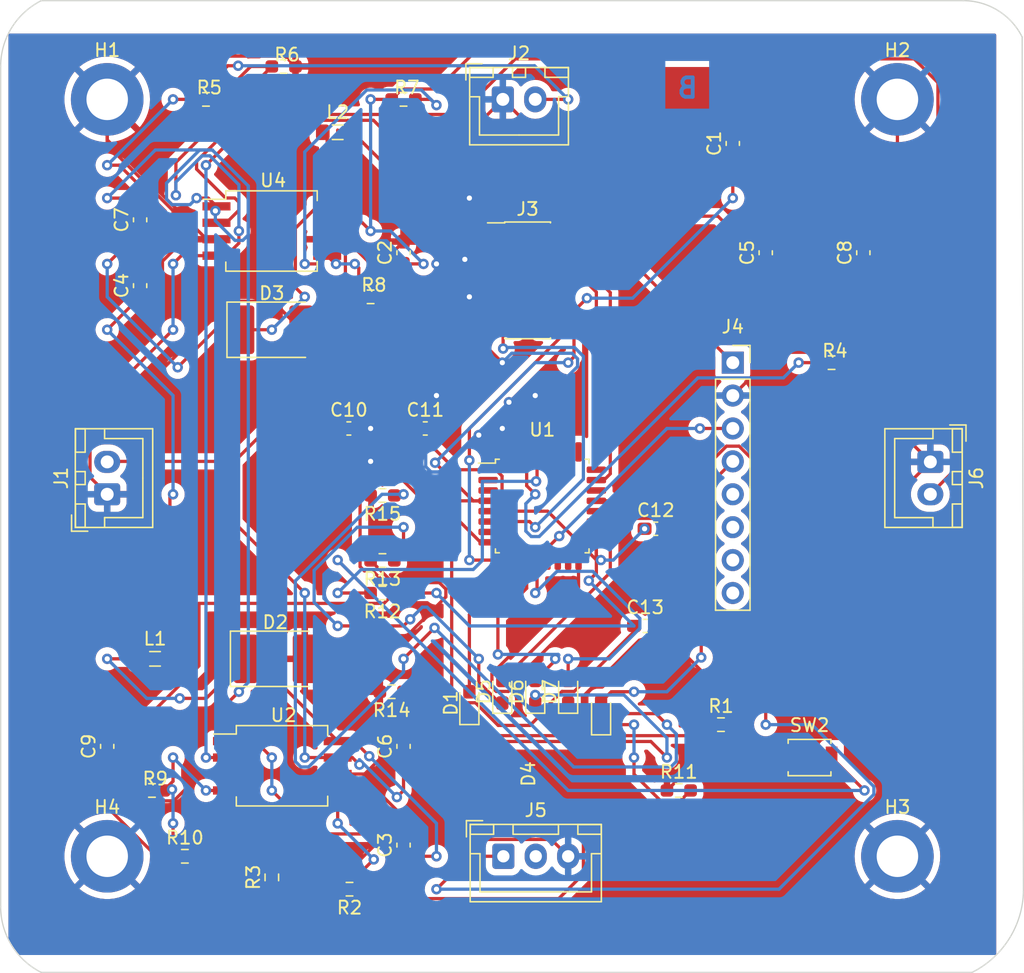
<source format=kicad_pcb>
(kicad_pcb (version 20221018) (generator pcbnew)
  (layers (0 "F.Cu" signal) (31 "B.Cu" signal) (34 "B.Paste" user) (35 "F.Paste" user) (36 "B.SilkS" user "B.Silkscreen") (37 "F.SilkS" user "F.Silkscreen") (38 "B.Mask" user) (39 "F.Mask" user) (44 "Edge.Cuts" user))
  (net 0 "")
  (net 1 "NRST")
  (net 2 "GND")
  (net 3 "Vin_regulateur")
  (net 4 "LX")
  (net 5 "BST")
  (net 6 "+7.5V")
  (net 7 "VD")
  (net 8 "Net-(D3-K)")
  (net 9 "Net-(U4-VD)")
  (net 10 "+3.3V")
  (net 11 "Net-(D1-K)")
  (net 12 "Led_Status2")
  (net 13 "Net-(D4-K)")
  (net 14 "Led_Status1")
  (net 15 "Net-(D5-K)")
  (net 16 "Led_Status")
  (net 17 "Net-(D6-K)")
  (net 18 "Led_Status3")
  (net 19 "Net-(D7-K)")
  (net 20 "Led_Status4")
  (net 23 "SWDIO")
  (net 24 "SWDCK")
  (net 28 "USART2_RX")
  (net 29 "USART2_TX")
  (net 30 "SCL")
  (net 31 "SDA")
  (net 36 "ESC1")
  (net 38 "Net-(U2-ON{slash}~OFF)")
  (net 39 "Net-(U1-PB7)")
  (net 40 "FB")
  (net 41 "Net-(U4-ON{slash}~OFF)")
  (net 42 "Bouton_USR")
  (footprint "Inductor_SMD:L_0805_2012Metric_Pad1.05x1.20mm_HandSolder" (layer "F.Cu") (at 134.62 76.2)
    (fp_text reference "L2")
    (fp_text value "220uH")
  )
  (footprint "Resistor_SMD:R_0603_1608Metric_Pad0.98x0.95mm_HandSolder" (layer "F.Cu") (at 160.9325 127)
    (fp_text reference "R11")
    (fp_text value "220")
  )
  (footprint "Resistor_SMD:R_0603_1608Metric_Pad0.98x0.95mm_HandSolder" (layer "F.Cu") (at 138.0725 111.76 180)
    (fp_text reference "R12")
    (fp_text value "100k")
  )
  (footprint "Resistor_SMD:R_0603_1608Metric_Pad0.98x0.95mm_HandSolder" (layer "F.Cu") (at 120.2925 127)
    (fp_text reference "R9")
    (fp_text value "22k")
  )
  (footprint "MountingHole:MountingHole_3.2mm_M3_DIN965_Pad" (layer "F.Cu") (at 116.84 73.66)
    (fp_text reference "H1")
    (fp_text value "MountingHole_Pad")
  )
  (footprint "MountingHole:MountingHole_3.2mm_M3_DIN965_Pad" (layer "F.Cu") (at 177.8 132.08)
    (fp_text reference "H3")
    (fp_text value "MountingHole_Pad")
  )
  (footprint "Capacitor_SMD:C_0603_1608Metric_Pad1.08x0.95mm_HandSolder" (layer "F.Cu") (at 141.3775 99.06)
    (fp_text reference "C11")
    (fp_text value "100n")
  )
  (footprint "Package_QFP:LQFP-32_7x7mm_P0.8mm" (layer "F.Cu") (at 150.4 105.045)
    (fp_text reference "U1")
    (fp_text value "STM32L412KBTx")
  )
  (footprint "Resistor_SMD:R_0603_1608Metric_Pad0.98x0.95mm_HandSolder" (layer "F.Cu") (at 138.0725 104.23 180)
    (fp_text reference "R15")
    (fp_text value "220")
  )
  (footprint "Connector_JST:JST_XH_B2B-XH-A_1x02_P2.50mm_Vertical" (layer "F.Cu") (at 116.84 104.14 90)
    (fp_text reference "J1")
    (fp_text value "Conn_01x02")
  )
  (footprint "Connector_JST:JST_XH_B2B-XH-A_1x02_P2.50mm_Vertical" (layer "F.Cu") (at 147.36 73.66)
    (fp_text reference "J2")
    (fp_text value "Conn_01x02")
  )
  (footprint "Resistor_SMD:R_0603_1608Metric_Pad0.98x0.95mm_HandSolder" (layer "F.Cu") (at 138.0725 109.25 180)
    (fp_text reference "R13")
    (fp_text value "220")
  )
  (footprint "LED_SMD:LED_0603_1608Metric_Pad1.05x0.95mm_HandSolder" (layer "F.Cu") (at 154.94 121.045 90)
    (fp_text reference "D4")
    (fp_text value "LED_Small")
  )
  (footprint "Capacitor_SMD:C_0603_1608Metric_Pad1.08x0.95mm_HandSolder" (layer "F.Cu") (at 119.38 82.9575 90)
    (fp_text reference "C7")
    (fp_text value "47uF")
  )
  (footprint "Resistor_SMD:R_0603_1608Metric_Pad0.98x0.95mm_HandSolder" (layer "F.Cu") (at 130.4525 71.12)
    (fp_text reference "R6")
    (fp_text value "13.5k")
  )
  (footprint "Capacitor_SMD:C_0603_1608Metric_Pad1.08x0.95mm_HandSolder" (layer "F.Cu") (at 116.84 123.5975 90)
    (fp_text reference "C9")
    (fp_text value "33uF")
  )
  (footprint "Resistor_SMD:R_0603_1608Metric_Pad0.98x0.95mm_HandSolder" (layer "F.Cu") (at 164.1875 121.92)
    (fp_text reference "R1")
    (fp_text value "220")
  )
  (footprint "Capacitor_SMD:C_0603_1608Metric_Pad1.08x0.95mm_HandSolder" (layer "F.Cu") (at 139.7 123.5975 90)
    (fp_text reference "C6")
    (fp_text value "47uF")
  )
  (footprint "Resistor_SMD:R_0603_1608Metric_Pad0.98x0.95mm_HandSolder" (layer "F.Cu") (at 135.5325 134.62 180)
    (fp_text reference "R2")
    (fp_text value "R_Small")
  )
  (footprint "LED_SMD:LED_0603_1608Metric_Pad1.05x0.95mm_HandSolder" (layer "F.Cu") (at 149.86 119.38 90)
    (fp_text reference "D6")
    (fp_text value "LED_Small")
  )
  (footprint "Capacitor_SMD:C_0603_1608Metric_Pad1.08x0.95mm_HandSolder" (layer "F.Cu") (at 165.1 77.0625 90)
    (fp_text reference "C1")
    (fp_text value "100n")
  )
  (footprint "Capacitor_SMD:C_0603_1608Metric_Pad1.08x0.95mm_HandSolder" (layer "F.Cu") (at 135.4825 99.06)
    (fp_text reference "C10")
    (fp_text value "100n")
  )
  (footprint "Capacitor_SMD:C_0603_1608Metric_Pad1.08x0.95mm_HandSolder" (layer "F.Cu") (at 139.7 131.2175 90)
    (fp_text reference "C3")
    (fp_text value "47uF")
  )
  (footprint "Resistor_SMD:R_0603_1608Metric_Pad0.98x0.95mm_HandSolder" (layer "F.Cu") (at 139.7 73.66)
    (fp_text reference "R7")
    (fp_text value "R_Small")
  )
  (footprint "Package_SO:SSO-8_6.8x5.9mm_P1.27mm_Clearance7mm" (layer "F.Cu") (at 129.54 83.82)
    (fp_text reference "U4")
    (fp_text value "MAX5033DUSA+T")
  )
  (footprint "Resistor_SMD:R_0603_1608Metric_Pad0.98x0.95mm_HandSolder" (layer "F.Cu") (at 172.72 93.98)
    (fp_text reference "R4")
    (fp_text value "100k")
  )
  (footprint "Capacitor_SMD:C_0603_1608Metric_Pad1.08x0.95mm_HandSolder" (layer "F.Cu") (at 159.1575 106.8)
    (fp_text reference "C12")
    (fp_text value "100n")
  )
  (footprint "Resistor_SMD:R_0603_1608Metric_Pad0.98x0.95mm_HandSolder" (layer "F.Cu") (at 124.46 73.66)
    (fp_text reference "R5")
    (fp_text value "68k")
  )
  (footprint "Package_SO:SSO-8_6.8x5.9mm_P1.27mm_Clearance7mm" (layer "F.Cu") (at 130.35 125.095)
    (fp_text reference "U2")
    (fp_text value "MAX5033DUSA+T")
  )
  (footprint "Resistor_SMD:R_0603_1608Metric_Pad0.98x0.95mm_HandSolder" (layer "F.Cu") (at 137.16 88.9)
    (fp_text reference "R8")
    (fp_text value "R_Small")
  )
  (footprint "Inductor_SMD:L_0805_2012Metric_Pad1.05x1.20mm_HandSolder" (layer "F.Cu") (at 120.53 116.84)
    (fp_text reference "L1")
    (fp_text value "220uH")
  )
  (footprint "Connector_JST:JST_XH_B3B-XH-A_1x03_P2.50mm_Vertical" (layer "F.Cu") (at 147.4 132.08)
    (fp_text reference "J5")
    (fp_text value "Conn_01x03")
  )
  (footprint "Connector_PinSocket_2.54mm:PinSocket_1x08_P2.54mm_Vertical" (layer "F.Cu") (at 165.1 93.98)
    (fp_text reference "J4")
    (fp_text value "Conn_01x08")
  )
  (footprint "Diode_SMD:D_2114_3652Metric_Pad1.85x3.75mm_HandSolder" (layer "F.Cu") (at 129.54 91.44)
    (fp_text reference "D3")
    (fp_text value "D_Schottky")
  )
  (footprint "Resistor_SMD:R_0603_1608Metric_Pad0.98x0.95mm_HandSolder" (layer "F.Cu") (at 129.54 133.7075 90)
    (fp_text reference "R3")
    (fp_text value "R_Small")
  )
  (footprint "LED_SMD:LED_0603_1608Metric_Pad1.05x0.95mm_HandSolder" (layer "F.Cu") (at 147.32 119.38 90)
    (fp_text reference "D5")
    (fp_text value "LED_Small")
  )
  (footprint "LED_SMD:LED_0603_1608Metric_Pad1.05x0.95mm_HandSolder" (layer "F.Cu") (at 144.78 120.255 90)
    (fp_text reference "D1")
    (fp_text value "LED_Small")
  )
  (footprint "Capacitor_SMD:C_0603_1608Metric_Pad1.08x0.95mm_HandSolder" (layer "F.Cu") (at 167.64 85.4975 90)
    (fp_text reference "C5")
    (fp_text value "0.1u")
  )
  (footprint "MountingHole:MountingHole_3.2mm_M3_DIN965_Pad" (layer "F.Cu") (at 116.84 132.08)
    (fp_text reference "H4")
    (fp_text value "MountingHole_Pad")
  )
  (footprint "LED_SMD:LED_0603_1608Metric_Pad1.05x0.95mm_HandSolder" (layer "F.Cu") (at 152.4 119.38 90)
    (fp_text reference "D7")
    (fp_text value "LED_Small")
  )
  (footprint "Capacitor_SMD:C_0603_1608Metric_Pad1.08x0.95mm_HandSolder" (layer "F.Cu") (at 158.3425 114.3)
    (fp_text reference "C13")
    (fp_text value "100n")
  )
  (footprint "Capacitor_SMD:C_0603_1608Metric_Pad1.08x0.95mm_HandSolder" (layer "F.Cu") (at 175.17 85.4975 90)
    (fp_text reference "C8")
    (fp_text value "0.1u")
  )
  (footprint "Resistor_SMD:R_0603_1608Metric_Pad0.98x0.95mm_HandSolder" (layer "F.Cu") (at 138.7875 119.38 180)
    (fp_text reference "R14")
    (fp_text value "220")
  )
  (footprint "Connector_PinHeader_1.27mm:PinHeader_2x07_P1.27mm_Vertical_SMD" (layer "F.Cu") (at 149.27 87.63)
    (fp_text reference "J3")
    (fp_text value "Conn_02x07_Odd_Even")
  )
  (footprint "Diode_SMD:D_2114_3652Metric_Pad1.85x3.75mm_HandSolder" (layer "F.Cu") (at 129.805 116.84)
    (fp_text reference "D2")
    (fp_text value "D_Schottky")
  )
  (footprint "Button_Switch_SMD:SW_SPST_B3U-1000P" (layer "F.Cu") (at 171.02 124.46)
    (fp_text reference "SW2")
    (fp_text value "SW_Push")
  )
  (footprint "Capacitor_SMD:C_0603_1608Metric_Pad1.08x0.95mm_HandSolder" (layer "F.Cu") (at 139.7 85.4975 90)
    (fp_text reference "C2")
    (fp_text value "47u")
  )
  (footprint "Capacitor_SMD:C_0603_1608Metric_Pad1.08x0.95mm_HandSolder" (layer "F.Cu") (at 119.38 88.0375 90)
    (fp_text reference "C4")
    (fp_text value "33uF")
  )
  (footprint "MountingHole:MountingHole_3.2mm_M3_DIN965_Pad" (layer "F.Cu") (at 177.8 73.66)
    (fp_text reference "H2")
    (fp_text value "MountingHole_Pad")
  )
  (footprint "Resistor_SMD:R_0603_1608Metric_Pad0.98x0.95mm_HandSolder" (layer "F.Cu") (at 122.8325 132.08)
    (fp_text reference "R10")
    (fp_text value "13k")
  )
  (footprint "Connector_JST:JST_XH_B2B-XH-A_1x02_P2.50mm_Vertical" (layer "F.Cu") (at 180.34 101.64 -90)
    (fp_text reference "J6")
    (fp_text value "Conn_01x02")
  )
  (gr_arc (start 182.88 66.04) (mid 185.550715 66.798693) (end 187.423691 68.848155) (stroke (width 0.1)) (layer "Edge.Cuts"))
  (gr_line (start 111.76 141.045747) (end 183.552874 141.045747) (stroke (width 0.1)) (layer "Edge.Cuts"))
  (gr_line (start 108.620388 71.12) (end 108.620388 135.965748) (stroke (width 0.1)) (layer "Edge.Cuts"))
  (gr_arc (start 111.76 141.045747) (mid 109.468634 138.951696) (end 108.620388 135.965748) (stroke (width 0.1)) (layer "Edge.Cuts"))
  (gr_arc (start 108.620388 71.12) (mid 109.468633 68.134051) (end 111.76 66.040001) (stroke (width 0.1)) (layer "Edge.Cuts"))
  (gr_line (start 187.521827 134.804792) (end 187.423691 68.848155) (stroke (width 0.1)) (layer "Edge.Cuts"))
  (gr_arc (start 187.521827 134.804792) (mid 186.402164 138.47525) (end 183.552874 141.045747) (stroke (width 0.1)) (layer "Edge.Cuts"))
  (gr_line (start 111.76 66.040001) (end 182.88 66.04) (stroke (width 0.1)) (layer "Edge.Cuts"))
  (gr_text "DRAGSTER" (at 172.72 116.84) (layer "F.Cu") (effects (font (size 1.5 1.5) (thickness 0.3) bold) (justify left bottom)))
  (gr_text "T" (at 157.48 73.66) (layer "F.Cu") (effects (font (size 1.5 1.5) (thickness 0.3) bold) (justify left bottom)))
  (gr_text "B" (at 162.56 73.66) (layer "B.Cu") (effects (font (size 1.5 1.5) (thickness 0.3) bold) (justify left bottom mirror)))
  (segment (start 145.075402 104.645) (end 142.135201 101.704799) (width 0.25) (layer "F.Cu") (net 1))
  (segment (start 142.24 104.14) (end 142.745 104.645) (width 0.25) (layer "F.Cu") (net 1))
  (segment (start 146.225 104.645) (end 145.075402 104.645) (width 0.25) (layer "F.Cu") (net 1))
  (segment (start 165.1 81.28) (end 165.1 77.925) (width 0.25) (layer "F.Cu") (net 1))
  (segment (start 142.24 104.446396) (end 142.24 104.14) (width 0.25) (layer "F.Cu") (net 1))
  (segment (start 145.638604 107.845) (end 142.24 104.446396) (width 0.25) (layer "F.Cu") (net 1))
  (segment (start 152.85 93.53) (end 152.85 90.97) (width 0.25) (layer "F.Cu") (net 1))
  (segment (start 153.841597 89.004799) (end 153.8505 89.004799) (width 0.25) (layer "F.Cu") (net 1))
  (segment (start 152.676396 90.17) (end 153.841597 89.004799) (width 0.25) (layer "F.Cu") (net 1))
  (segment (start 142.745 104.645) (end 146.225 104.645) (width 0.25) (layer "F.Cu") (net 1))
  (segment (start 152.4 93.98) (end 152.85 93.53) (width 0.25) (layer "F.Cu") (net 1))
  (segment (start 152.85 90.97) (end 152.05 90.17) (width 0.25) (layer "F.Cu") (net 1))
  (segment (start 146.225 107.845) (end 145.638604 107.845) (width 0.25) (layer "F.Cu") (net 1))
  (segment (start 152.05 90.17) (end 151.22 90.17) (width 0.25) (layer "F.Cu") (net 1))
  (segment (start 151.22 90.17) (end 152.676396 90.17) (width 0.25) (layer "F.Cu") (net 1))
  (via (at 153.8505 89.004799) (size 0.8) (drill 0.4) (layers "F.Cu" "B.Cu") (net 1))
  (via (at 152.4 93.98) (size 0.8) (drill 0.4) (layers "F.Cu" "B.Cu") (net 1))
  (via (at 165.1 81.28) (size 0.8) (drill 0.4) (layers "F.Cu" "B.Cu") (net 1))
  (via (at 142.135201 101.704799) (size 0.8) (drill 0.4) (layers "F.Cu" "B.Cu") (net 1))
  (segment (start 157.375201 89.004799) (end 165.1 81.28) (width 0.25) (layer "B.Cu") (net 1))
  (segment (start 149.86 93.98) (end 152.4 93.98) (width 0.25) (layer "B.Cu") (net 1))
  (segment (start 142.135201 101.704799) (end 149.86 93.98) (width 0.25) (layer "B.Cu") (net 1))
  (segment (start 153.8505 89.004799) (end 157.375201 89.004799) (width 0.25) (layer "B.Cu") (net 1))
  (segment (start 142.965 112.060305) (end 138.185305 116.84) (width 0.25) (layer "F.Cu") (net 2))
  (segment (start 146.802201 100.87) (end 145.5045 99.572299) (width 0.25) (layer "F.Cu") (net 2))
  (segment (start 121.105 88.9) (end 114.615 95.39) (width 0.25) (layer "F.Cu") (net 2))
  (segment (start 140.607995 130.78) (end 151.1 130.78) (width 0.25) (layer "F.Cu") (net 2))
  (segment (start 145.87 87.63) (end 147.32 87.63) (width 0.25) (layer "F.Cu") (net 2))
  (segment (start 167.64 83.82) (end 167.64 84.635) (width 0.25) (layer "F.Cu") (net 2))
  (segment (start 116.84 77.173204) (end 121.92 82.253204) (width 0.25) (layer "F.Cu") (net 2))
  (segment (start 160.02 113.485) (end 159.205 114.3) (width 0.25) (layer "F.Cu") (net 2))
  (segment (start 126.86 125.73) (end 127.485 126.355) (width 0.25) (layer "F.Cu") (net 2))
  (segment (start 144.78 76.24) (end 144.78 81.28) (width 0.25) (layer "F.Cu") (net 2))
  (segment (start 140.170495 131.2175) (end 140.607995 130.78) (width 0.25) (layer "F.Cu") (net 2))
  (segment (start 169.32 112.66) (end 180.34 101.64) (width 0.25) (layer "F.Cu") (net 2))
  (segment (start 135.902995 132.795) (end 137.480495 131.2175) (width 0.25) (layer "F.Cu") (net 2))
  (segment (start 165.1 96.52) (end 168.44 93.18) (width 0.25) (layer "F.Cu") (net 2))
  (segment (start 160.02 106.8) (end 160.02 113.485) (width 0.25) (layer "F.Cu") (net 2))
  (segment (start 180.34 101.64) (end 175.22 96.52) (width 0.25) (layer "F.Cu") (net 2))
  (segment (start 137.975 122.735) (end 139.7 122.735) (width 0.25) (layer "F.Cu") (net 2))
  (segment (start 169.32 124.46) (end 169.32 112.66) (width 0.25) (layer "F.Cu") (net 2))
  (segment (start 135.215 88.04) (end 131.815 91.44) (width 0.25) (layer "F.Cu") (net 2))
  (segment (start 147.32 87.63) (end 147.32 86.36) (width 0.25) (layer "F.Cu") (net 2))
  (segment (start 129.275 88.9) (end 121.105 88.9) (width 0.25) (layer "F.Cu") (net 2))
  (segment (start 132.08 116.84) (end 137.975 122.735) (width 0.25) (layer "F.Cu") (net 2))
  (segment (start 134.59 84.455) (end 135.215 85.08) (width 0.25) (layer "F.Cu") (net 2))
  (segment (start 137.875 127.224905) (end 137.875 119.38) (width 0.25) (layer "F.Cu") (net 2))
  (segment (start 116.84 73.66) (end 116.84 77.173204) (width 0.25) (layer "F.Cu") (net 2))
  (segment (start 129.615 89.24) (end 131.815 91.44) (width 0.25) (layer "F.Cu") (net 2))
  (segment (start 168.44 93.18) (end 172.8325 93.18) (width 0.25) (layer "F.Cu") (net 2))
  (segment (start 121.437005 132.88) (end 123.235305 132.88) (width 0.25) (layer "F.Cu") (net 2))
  (segment (start 127.485 128.34) (end 123.745 132.08) (width 0.25) (layer "F.Cu") (net 2))
  (segment (start 127.485 126.355) (end 127.485 128.34) (width 0.25) (layer "F.Cu") (net 2))
  (segment (start 146.49 90.17) (end 145.795 89.475) (width 0.25) (layer "F.Cu") (net 2))
  (segment (start 129.54 132.795) (end 135.902995 132.795) (width 0.25) (layer "F.Cu") (net 2))
  (segment (start 144.78 88.9) (end 146.05 90.17) (width 0.25) (layer "F.Cu") (net 2))
  (segment (start 124.05 125.73) (end 121.98 127.8) (width 0.25) (layer "F.Cu") (net 2))
  (segment (start 144.427701 86.007701) (end 143.055 84.635) (width 0.25) (layer "F.Cu") (net 2))
  (segment (start 137.16 106.74) (end 137.16 109.25) (width 0.25) (layer "F.Cu") (net 2))
  (segment (start 175.22 96.52) (end 165.1 96.52) (width 0.25) (layer "F.Cu") (net 2))
  (segment (start 147.6 100.87) (end 147.6 98.78) (width 0.25) (layer "F.Cu") (net 2))
  (segment (start 147.6 100.87) (end 147.6 97.2646) (width 0.25) (layer "F.Cu") (net 2))
  (segment (start 146.05 90.17) (end 147.32 90.17) (width 0.25) (layer "F.Cu") (net 2))
  (segment (start 147.6 99.34) (end 147.32 99.06) (width 0.25) (layer "F.Cu") (net 2))
  (segment (start 140.5 129.822005) (end 140.170495 129.4925) (width 0.25) (layer "F.Cu") (net 2))
  (segment (start 116.84 104.14) (end 115.515 102.815) (width 0.25) (layer "F.Cu") (net 2))
  (segment (start 147.32 90.17) (end 146.49 90.17) (width 0.25) (layer "F.Cu") (net 2))
  (segment (start 121.98 127.8) (end 118.847005 127.8) (width 0.25) (layer "F.Cu") (net 2))
  (segment (start 142.24 86.36) (end 144.075402 86.36) (width 0.25) (layer "F.Cu") (net 2))
  (segment (start 140.5 130.887995) (end 140.5 129.822005) (width 0.25) (layer "F.Cu") (net 2))
  (segment (start 151.1 130.78) (end 152.4 132.08) (width 0.25) (layer "F.Cu") (net 2))
  (segment (start 123.235305 132.88) (end 124.897805 131.2175) (width 0.25) (layer "F.Cu") (net 2))
  (segment (start 175.17 84.635) (end 177.8 82.005) (width 0.25) (layer "F.Cu") (net 2))
  (segment (start 173.6325 93.98) (end 173.6325 86.1725) (width 0.25) (layer "F.Cu") (net 2))
  (segment (start 172.8325 93.18) (end 173.6325 93.98) (width 0.25) (layer "F.Cu") (net 2))
  (segment (start 138.0725 87.2725) (end 135.255 84.455) (width 0.25) (layer "F.Cu") (net 2))
  (segment (start 145.795 92.455) (end 145.795 90.425) (width 0.25) (layer "F.Cu") (net 2))
  (segment (start 170.18 124.46) (end 177.8 132.08) (width 0.25) (layer "F.Cu") (net 2))
  (segment (start 115.515 102.815) (end 115.515 100.076827) (width 0.25) (layer "F.Cu") (net 2))
  (segment (start 118.847005 127.8) (end 116.04 124.992995) (width 0.25) (layer "F.Cu") (net 2))
  (segment (start 126.08 125.73) (end 126.86 125.73) (width 0.25) (layer "F.Cu") (net 2))
  (segment (start 130.565 70.32) (end 131.365 71.12) (width 0.25) (layer "F.Cu") (net 2))
  (segment (start 115.515 100.076827) (end 126.351827 89.24) (width 0.25) (layer "F.Cu") (net 2))
  (segment (start 167.64 83.82) (end 167.64 78.74) (width 0.25) (layer "F.Cu") (net 2))
  (segment (start 177.8 73.66) (end 167.64 83.82) (width 0.25) (layer "F.Cu") (net 2))
  (segment (start 147.6 97.2646) (end 147.8323 97.0323) (width 0.25) (layer "F.Cu") (net 2))
  (segment (start 142.965 111.459695) (end 142.965 112.060305) (width 0.25) (layer "F.Cu") (net 2))
  (segment (start 147.6 100.87) (end 147.6 99.34) (width 0.25) (layer "F.Cu") (net 2))
  (segment (start 165.1 121.92) (end 160.02 127) (width 0.25) (layer "F.Cu") (net 2))
  (segment (start 148.12 119.025495) (end 148.12 118.7) (width 0.25) (layer "F.Cu") (net 2))
  (segment (start 146.52 119.025495) (end 146.849505 119.355) (width 0.25) (layer "F.Cu") (net 2))
  (segment (start 146.849505 119.355) (end 147.790495 119.355) (width 0.25) (layer "F.Cu") (net 2))
  (segment (start 138.87 110.96) (end 142.465305 110.96) (width 0.25) (layer "F.Cu") (net 2))
  (segment (start 124.897805 131.2175) (end 140.170495 131.2175) (width 0.25) (layer "F.Cu") (net 2))
  (segment (start 142.465305 110.96) (end 142.965 111.459695) (width 0.25) (layer "F.Cu") (net 2))
  (segment (start 143.055 84.635) (end 139.7 84.635) (width 0.25) (layer "F.Cu") (net 2))
  (segment (start 121.92 82.253204) (end 121.92 85.334695) (width 0.25) (layer "F.Cu") (net 2))
  (segment (start 145.795 87.705) (end 145.87 87.63) (width 0.25) (layer "F.Cu") (net 2))
  (segment (start 139.7 84.635) (end 138.0725 86.2625) (width 0.25) (layer "F.Cu") (net 2))
  (segment (start 138.0725 88.9) (end 138.0725 87.2725) (width 0.25) (layer "F.Cu") (net 2))
  (segment (start 165.1 76.2) (end 149.9 76.2) (width 0.25) (layer "F.Cu") (net 2))
  (segment (start 114.615 95.39) (end 114.615 126.057995) (width 0.25) (layer "F.Cu") (net 2))
  (segment (start 165.1 120.195) (end 165.1 121.92) (width 0.25) (layer "F.Cu") (net 2))
  (segment (start 138.185305 116.84) (end 132.08 116.84) (width 0.25) (layer "F.Cu") (net 2))
  (segment (start 116.04 123.535) (end 116.84 122.735) (width 0.25) (layer "F.Cu") (net 2))
  (segment (start 153.2 109.22) (end 153.2 111.304505) (width 0.25) (layer "F.Cu") (net 2))
  (segment (start 119.38 87.175) (end 122.1 84.455) (width 0.25) (layer "F.Cu") (net 2))
  (segment (start 137.16 99.06) (end 136.345 99.06) (width 0.25) (layer "F.Cu") (net 2))
  (segment (start 137.16 109.25) (end 138.87 110.96) (width 0.25) (layer "F.Cu") (net 2))
  (segment (start 153.2 111.304505) (end 146.52 117.984505) (width 0.25) (layer "F.Cu") (net 2))
  (segment (start 145.795 90.425) (end 146.05 90.17) (width 0.25) (layer "F.Cu") (net 2))
  (segment (start 136.705 125.73) (end 134.62 125.73) (width 0.25) (layer "F.Cu") (net 2))
  (segment (start 121.92 85.334695) (end 121.105 86.149695) (width 0.25) (layer "F.Cu") (net 2))
  (segment (start 169.32 124.46) (end 170.18 124.46) (width 0.25) (layer "F.Cu") (net 2))
  (segment (start 124.51 84.455) (end 116.84 76.785) (width 0.25) (layer "F.Cu") (net 2))
  (segment (start 120.18 70.32) (end 130.565 70.32) (width 0.25) (layer "F.Cu") (net 2))
  (segment (start 177.8 82.005) (end 177.8 73.66) (width 0.25) (layer "F.Cu") (net 2))
  (segment (start 119.639999 134.879999) (end 116.84 132.08) (width 0.25) (layer "F.Cu") (net 2))
  (segment (start 140.142595 129.4925) (end 137.875 127.224905) (width 0.25) (layer "F.Cu") (net 2))
  (segment (start 140.170495 131.2175) (end 140.5 130.887995) (width 0.25) (layer "F.Cu") (net 2))
  (segment (start 131.815 91.44) (end 129.275 88.9) (width 0.25) (layer "F.Cu") (net 2))
  (segment (start 147.6 98.78) (end 149.86 96.52) (width 0.25) (layer "F.Cu") (net 2))
  (segment (start 137.16 101.6) (end 137.16 104.23) (width 0.25) (layer "F.Cu") (net 2))
  (segment (start 116.04 124.992995) (end 116.04 123.535) (width 0.25) (layer "F.Cu") (net 2))
  (segment (start 142.24 96.52) (end 142.24 99.06) (width 0.25) (layer "F.Cu") (net 2))
  (segment (start 135.255 84.455) (end 133.81 84.455) (width 0.25) (layer "F.Cu") (net 2))
  (segment (start 126.351827 89.24) (end 129.615 89.24) (width 0.25) (layer "F.Cu") (net 2))
  (segment (start 144.075402 86.36) (end 144.427701 86.007701) (width 0.25) (layer "F.Cu") (net 2))
  (segment (start 127.455001 134.879999) (end 119.639999 134.879999) (width 0.25) (layer "F.Cu") (net 2))
  (segment (start 122.1 84.455) (end 125.27 84.455) (width 0.25) (layer "F.Cu") (net 2))
  (segment (start 134.62 125.73) (end 126.08 125.73) (width 0.25) (layer "F.Cu") (net 2))
  (segment (start 159.205 114.3) (end 165.1 120.195) (width 0.25) (layer "F.Cu") (net 2))
  (segment (start 139.7 122.735) (end 136.705 125.73) (width 0.25) (layer "F.Cu") (net 2))
  (segment (start 128.825 132.08) (end 129.54 132.795) (width 0.25) (layer "F.Cu") (net 2))
  (segment (start 116.84 73.66) (end 120.18 70.32) (width 0.25) (layer "F.Cu") (net 2))
  (segment (start 149.9 76.2) (end 147.36 73.66) (width 0.25) (layer "F.Cu") (net 2))
  (segment (start 147.790495 119.355) (end 148.12 119.025495) (width 0.25) (layer "F.Cu") (net 2))
  (segment (start 116.84 76.785) (end 116.84 73.66) (width 0.25) (layer "F.Cu") (net 2))
  (segment (start 121.105 88.9) (end 119.38 87.175) (width 0.25) (layer "F.Cu") (net 2))
  (segment (start 125.27 84.455) (end 124.51 84.455) (width 0.25) (layer "F.Cu") (net 2))
  (segment (start 173.6325 86.1725) (end 175.17 84.635) (width 0.25) (layer "F.Cu") (net 2))
  (segment (start 137.16 104.23) (end 137.16 106.74) (width 0.25) (layer "F.Cu") (net 2))
  (segment (start 133.81 84.455) (end 134.59 84.455) (width 0.25) (layer "F.Cu") (net 2))
  (segment (start 167.64 78.74) (end 165.1 76.2) (width 0.25) (layer "F.Cu") (net 2))
  (segment (start 145.795 89.475) (end 145.795 87.705) (width 0.25) (layer "F.Cu") (net 2))
  (segment (start 121.105 86.149695) (end 121.105 88.9) (width 0.25) (layer "F.Cu") (net 2))
  (segment (start 137.480495 131.2175) (end 140.170495 131.2175) (width 0.25) (layer "F.Cu") (net 2))
  (segment (start 123.745 132.08) (end 128.825 132.08) (width 0.25) (layer "F.Cu") (net 2))
  (segment (start 165.1 121.92) (end 167.64 124.46) (width 0.25) (layer "F.Cu") (net 2))
  (segment (start 167.64 124.46) (end 169.32 124.46) (width 0.25) (layer "F.Cu") (net 2))
  (segment (start 114.615 126.057995) (end 121.437005 132.88) (width 0.25) (layer "F.Cu") (net 2))
  (segment (start 129.54 132.795) (end 127.455001 134.879999) (width 0.25) (layer "F.Cu") (net 2))
  (segment (start 147.6 100.87) (end 146.802201 100.87) (width 0.25) (layer "F.Cu") (net 2))
  (segment (start 147.36 73.66) (end 144.78 76.24) (width 0.25) (layer "F.Cu") (net 2))
  (segment (start 146.52 117.984505) (end 146.52 119.025495) (width 0.25) (layer "F.Cu") (net 2))
  (segment (start 138.0725 86.2625) (end 138.0725 88.9) (width 0.25) (layer "F.Cu") (net 2))
  (segment (start 140.170495 129.4925) (end 140.142595 129.4925) (width 0.25) (layer "F.Cu") (net 2))
  (segment (start 148.12 118.7) (end 160.02 106.8) (width 0.25) (layer "F.Cu") (net 2))
  (segment (start 135.215 85.08) (end 135.215 88.04) (width 0.25) (layer "F.Cu") (net 2))
  (segment (start 147.32 93.98) (end 145.795 92.455) (width 0.25) (layer "F.Cu") (net 2))
  (segment (start 126.08 125.73) (end 124.05 125.73) (width 0.25) (layer "F.Cu") (net 2))
  (via (at 144.78 88.9) (size 0.8) (drill 0.4) (layers "F.Cu" "B.Cu") (net 2))
  (via (at 147.32 93.98) (size 0.8) (drill 0.4) (layers "F.Cu" "B.Cu") (net 2))
  (via (at 142.24 96.52) (size 0.8) (drill 0.4) (layers "F.Cu" "B.Cu") (net 2))
  (via (at 147.32 99.06) (size 0.8) (drill 0.4) (layers "F.Cu" "B.Cu") (net 2))
  (via (at 144.78 81.28) (size 0.8) (drill 0.4) (layers "F.Cu" "B.Cu") (net 2))
  (via (at 145.5045 99.572299) (size 0.8) (drill 0.4) (layers "F.Cu" "B.Cu") (net 2))
  (via (at 137.16 99.06) (size 0.8) (drill 0.4) (layers "F.Cu" "B.Cu") (net 2))
  (via (at 149.86 96.52) (size 0.8) (drill 0.4) (layers "F.Cu" "B.Cu") (net 2))
  (via (at 144.427701 86.007701) (size 0.8) (drill 0.4) (layers "F.Cu" "B.Cu") (net 2))
  (via (at 137.16 101.6) (size 0.8) (drill 0.4) (layers "F.Cu" "B.Cu") (net 2))
  (via (at 147.8323 97.0323) (size 0.8) (drill 0.4) (layers "F.Cu" "B.Cu") (net 2))
  (via (at 142.24 86.36) (size 0.8) (drill 0.4) (layers "F.Cu" "B.Cu") (net 2))
  (segment (start 144.78 91.44) (end 142.24 88.9) (width 0.25) (layer "B.Cu") (net 2))
  (segment (start 149.86 96.52) (end 150.885305 96.52) (width 0.25) (layer "B.Cu") (net 2))
  (segment (start 150.885305 96.52) (end 153.125 94.280305) (width 0.25) (layer "B.Cu") (net 2))
  (segment (start 147.32 83.82) (end 147.32 91.44) (width 0.25) (layer "B.Cu") (net 2))
  (segment (start 144.78 86.36) (end 144.78 88.9) (width 0.25) (layer "B.Cu") (net 2))
  (segment (start 153.125 94.280305) (end 153.125 93.679695) (width 0.25) (layer "B.Cu") (net 2))
  (segment (start 141.834896 102.429799) (end 141.410201 102.005104) (width 0.25) (layer "B.Cu") (net 2))
  (segment (start 141.410201 102.005104) (end 141.410201 97.349799) (width 0.25) (layer "B.Cu") (net 2))
  (segment (start 152.700305 93.255) (end 148.045 93.255) (width 0.25) (layer "B.Cu") (net 2))
  (segment (start 147.8323 97.0323) (end 142.434801 102.429799) (width 0.25) (layer "B.Cu") (net 2))
  (segment (start 140.529799 102.429799) (end 137.16 99.06) (width 0.25) (layer "B.Cu") (net 2))
  (segment (start 142.435506 102.429799) (end 137.989799 102.429799) (width 0.25) (layer "B.Cu") (net 2))
  (segment (start 144.427701 86.007701) (end 144.78 86.36) (width 0.25) (layer "B.Cu") (net 2))
  (segment (start 137.989799 102.429799) (end 137.16 101.6) (width 0.25) (layer "B.Cu") (net 2))
  (segment (start 148.045 93.255) (end 147.32 93.98) (width 0.25) (layer "B.Cu") (net 2))
  (segment (start 142.647 102.429799) (end 141.834896 102.429799) (width 0.25) (layer "B.Cu") (net 2))
  (segment (start 141.410201 97.349799) (end 142.24 96.52) (width 0.25) (layer "B.Cu") (net 2))
  (segment (start 142.434801 102.429799) (end 140.529799 102.429799) (width 0.25) (layer "B.Cu") (net 2))
  (segment (start 147.32 99.06) (end 145.805305 99.06) (width 0.25) (layer "B.Cu") (net 2))
  (segment (start 142.24 88.9) (end 142.24 86.36) (width 0.25) (layer "B.Cu") (net 2))
  (segment (start 147.32 91.44) (end 144.78 91.44) (width 0.25) (layer "B.Cu") (net 2))
  (segment (start 145.5045 99.572299) (end 142.647 102.429799) (width 0.25) (layer "B.Cu") (net 2))
  (segment (start 153.125 93.679695) (end 152.700305 93.255) (width 0.25) (layer "B.Cu") (net 2))
  (segment (start 145.805305 99.06) (end 142.435506 102.429799) (width 0.25) (layer "B.Cu") (net 2))
  (segment (start 144.78 81.28) (end 147.32 83.82) (width 0.25) (layer "B.Cu") (net 2))
  (segment (start 139.1877 127.5123) (end 139.7 127) (width 0.25) (layer "F.Cu") (net 3))
  (segment (start 134.62 124.46) (end 135.75068 124.46) (width 0.25) (layer "F.Cu") (net 3))
  (segment (start 182.88 101.6) (end 180.34 104.14) (width 0.25) (layer "F.Cu") (net 3))
  (segment (start 135.75068 124.46) (end 136.29618 125.0055) (width 0.25) (layer "F.Cu") (net 3))
  (segment (start 139.5875 72.86) (end 142.330431 72.86) (width 0.25) (layer "F.Cu") (net 3))
  (segment (start 138.7875 73.66) (end 139.5875 72.86) (width 0.25) (layer "F.Cu") (net 3))
  (segment (start 132.08 124.46) (end 134.62 124.46) (width 0.25) (layer "F.Cu") (net 3))
  (segment (start 145.105431 70.085) (end 179.280814 70.085) (width 0.25) (layer "F.Cu") (net 3))
  (segment (start 142.330431 72.86) (end 145.105431 70.085) (width 0.25) (layer "F.Cu") (net 3))
  (segment (start 136.445 134.62) (end 137.17 135.345) (width 0.25) (layer "F.Cu") (net 3))
  (segment (start 139.7 127) (end 139.7 124.46) (width 0.25) (layer "F.Cu") (net 3))
  (segment (start 137.16 83.82) (end 136.525 83.185) (width 0.25) (layer "F.Cu") (net 3))
  (segment (start 147.32 124.46) (end 139.7 124.46) (width 0.25) (layer "F.Cu") (net 3))
  (segment (start 126.655495 101.6) (end 139.7 88.555495) (width 0.25) (layer "F.Cu") (net 3))
  (segment (start 136.525 83.185) (end 133.81 83.185) (width 0.25) (layer "F.Cu") (net 3))
  (segment (start 179.280814 70.085) (end 182.88 73.684186) (width 0.25) (layer "F.Cu") (net 3))
  (segment (start 139.7 88.555495) (end 139.7 86.36) (width 0.25) (layer "F.Cu") (net 3))
  (segment (start 153.575 133.445) (end 153.575 130.715) (width 0.25) (layer "F.Cu") (net 3))
  (segment (start 182.88 73.684186) (end 182.88 101.6) (width 0.25) (layer "F.Cu") (net 3))
  (segment (start 126.655495 106.335495) (end 132.08 111.76) (width 0.25) (layer "F.Cu") (net 3))
  (segment (start 116.84 101.64) (end 116.84 101.6) (width 0.25) (layer "F.Cu") (net 3))
  (segment (start 126.655495 101.6) (end 126.655495 106.335495) (width 0.25) (layer "F.Cu") (net 3))
  (segment (start 137.17 135.345) (end 151.675 135.345) (width 0.25) (layer "F.Cu") (net 3))
  (segment (start 116.84 101.6) (end 126.655495 101.6) (width 0.25) (layer "F.Cu") (net 3))
  (segment (start 153.575 130.715) (end 147.32 124.46) (width 0.25) (layer "F.Cu") (net 3))
  (segment (start 151.675 135.345) (end 153.575 133.445) (width 0.25) (layer "F.Cu") (net 3))
  (segment (start 138.7875 73.66) (end 137.16 73.66) (width 0.25) (layer "F.Cu") (net 3))
  (segment (start 139.7 86.36) (end 141.240497 86.36) (width 0.25) (layer "F.Cu") (net 3))
  (via (at 132.08 124.46) (size 0.8) (drill 0.4) (layers "F.Cu" "B.Cu") (net 3))
  (via (at 141.240497 86.36) (size 0.8) (drill 0.4) (layers "F.Cu" "B.Cu") (net 3))
  (via (at 139.1877 127.5123) (size 0.8) (drill 0.4) (layers "F.Cu" "B.Cu") (net 3))
  (via (at 136.29618 125.0055) (size 0.8) (drill 0.4) (layers "F.Cu" "B.Cu") (net 3))
  (via (at 132.08 111.76) (size 0.8) (drill 0.4) (layers "F.Cu" "B.Cu") (net 3))
  (via (at 137.16 83.82) (size 0.8) (drill 0.4) (layers "F.Cu" "B.Cu") (net 3))
  (via (at 137.16 73.66) (size 0.8) (drill 0.4) (layers "F.Cu" "B.Cu") (net 3))
  (segment (start 132.08 111.76) (end 132.08 124.46) (width 0.25) (layer "B.Cu") (net 3))
  (segment (start 137.16 73.66) (end 137.16 83.82) (width 0.25) (layer "B.Cu") (net 3))
  (segment (start 141.240497 86.36) (end 138.700497 83.82) (width 0.25) (layer "B.Cu") (net 3))
  (segment (start 136.29618 125.0055) (end 136.29618 124.62078) (width 0.25) (layer "B.Cu") (net 3))
  (segment (start 136.29618 124.62078) (end 139.1877 127.5123) (width 0.25) (layer "B.Cu") (net 3))
  (segment (start 138.700497 83.82) (end 137.16 83.82) (width 0.25) (layer "B.Cu") (net 3))
  (segment (start 127.53 116.84) (end 124.4777 119.8923) (width 0.25) (layer "F.Cu") (net 4))
  (segment (start 137.055201 124.355201) (end 135.89 123.19) (width 0.25) (layer "F.Cu") (net 4))
  (segment (start 124.4777 119.8923) (end 122.4323 119.8923) (width 0.25) (layer "F.Cu") (net 4))
  (segment (start 128.27 116.84) (end 127.53 116.84) (width 0.25) (layer "F.Cu") (net 4))
  (segment (start 139.7 132.08) (end 142.24 132.08) (width 0.25) (layer "F.Cu") (net 4))
  (segment (start 135.89 123.19) (end 134.62 123.19) (width 0.25) (layer "F.Cu") (net 4))
  (segment (start 116.84 116.84) (end 119.38 116.84) (width 0.25) (layer "F.Cu") (net 4))
  (segment (start 134.62 123.19) (end 128.27 116.84) (width 0.25) (layer "F.Cu") (net 4))
  (via (at 122.4323 119.8923) (size 0.8) (drill 0.4) (layers "F.Cu" "B.Cu") (net 4))
  (via (at 116.84 116.84) (size 0.8) (drill 0.4) (layers "F.Cu" "B.Cu") (net 4))
  (via (at 142.24 132.08) (size 0.8) (drill 0.4) (layers "F.Cu" "B.Cu") (net 4))
  (via (at 137.055201 124.355201) (size 0.8) (drill 0.4) (layers "F.Cu" "B.Cu") (net 4))
  (segment (start 122.4323 119.8923) (end 119.8923 119.8923) (width 0.25) (layer "B.Cu") (net 4))
  (segment (start 142.24 132.08) (end 142.24 129.54) (width 0.25) (layer "B.Cu") (net 4))
  (segment (start 142.24 129.54) (end 137.055201 124.355201) (width 0.25) (layer "B.Cu") (net 4))
  (segment (start 119.8923 119.8923) (end 116.84 116.84) (width 0.25) (layer "B.Cu") (net 4))
  (segment (start 139.7 130.355) (end 132.895 130.355) (width 0.25) (layer "F.Cu") (net 5))
  (segment (start 126.08 123.19) (end 126.08 120.3) (width 0.25) (layer "F.Cu") (net 5))
  (segment (start 124.635 81.28) (end 125.27 81.915) (width 0.25) (layer "F.Cu") (net 5))
  (segment (start 118.565 81.28) (end 119.38 82.095) (width 0.25) (layer "F.Cu") (net 5))
  (segment (start 128.27 123.19) (end 126.08 123.19) (width 0.25) (layer "F.Cu") (net 5))
  (segment (start 132.895 130.355) (end 129.54 127) (width 0.25) (layer "F.Cu") (net 5))
  (segment (start 129.54 124.46) (end 128.27 123.19) (width 0.25) (layer "F.Cu") (net 5))
  (segment (start 116.84 81.28) (end 118.565 81.28) (width 0.25) (layer "F.Cu") (net 5))
  (segment (start 123.7355 81.28) (end 124.635 81.28) (width 0.25) (layer "F.Cu") (net 5))
  (segment (start 125.27 82.179998) (end 125.1845 82.265498) (width 0.25) (layer "F.Cu") (net 5))
  (segment (start 125.27 81.915) (end 125.27 82.179998) (width 0.25) (layer "F.Cu") (net 5))
  (segment (start 126.08 120.3) (end 127 119.38) (width 0.25) (layer "F.Cu") (net 5))
  (via (at 127 119.38) (size 0.8) (drill 0.4) (layers "F.Cu" "B.Cu") (net 5))
  (via (at 129.54 124.46) (size 0.8) (drill 0.4) (layers "F.Cu" "B.Cu") (net 5))
  (via (at 129.54 127) (size 0.8) (drill 0.4) (layers "F.Cu" "B.Cu") (net 5))
  (via (at 125.1845 82.265498) (size 0.8) (drill 0.4) (layers "F.Cu" "B.Cu") (net 5))
  (via (at 116.84 81.28) (size 0.8) (drill 0.4) (layers "F.Cu" "B.Cu") (net 5))
  (via (at 123.7355 81.28) (size 0.8) (drill 0.4) (layers "F.Cu" "B.Cu") (net 5))
  (segment (start 120.555 77.565) (end 116.84 81.28) (width 0.25) (layer "B.Cu") (net 5))
  (segment (start 126.699695 84.545) (end 127.300305 84.545) (width 0.25) (layer "B.Cu") (net 5))
  (segment (start 127 119.38) (end 127.725 118.655) (width 0.25) (layer "B.Cu") (net 5))
  (segment (start 123.973299 77.565) (end 121.414799 80.1235) (width 0.25) (layer "B.Cu") (net 5))
  (segment (start 121.414799 80.1235) (end 121.414799 81.360506) (width 0.25) (layer "B.Cu") (net 5))
  (segment (start 121.839494 81.785201) (end 123.230299 81.785201) (width 0.25) (layer "B.Cu") (net 5))
  (segment (start 127.300305 84.545) (end 127.725 84.120305) (width 0.25) (layer "B.Cu") (net 5))
  (segment (start 123.230299 81.785201) (end 123.7355 81.28) (width 0.25) (layer "B.Cu") (net 5))
  (segment (start 129.54 127) (end 129.54 124.46) (width 0.25) (layer "B.Cu") (net 5))
  (segment (start 125.1845 83.029805) (end 126.699695 84.545) (width 0.25) (layer "B.Cu") (net 5))
  (segment (start 127.725 118.655) (end 127.725 80.343299) (width 0.25) (layer "B.Cu") (net 5))
  (segment (start 125.1845 82.265498) (end 125.1845 83.029805) (width 0.25) (layer "B.Cu") (net 5))
  (segment (start 127.725 84.120305) (end 127.725 80.343299) (width 0.25) (layer "B.Cu") (net 5))
  (segment (start 124.946701 77.565) (end 120.555 77.565) (width 0.25) (layer "B.Cu") (net 5))
  (segment (start 121.414799 81.360506) (end 121.839494 81.785201) (width 0.25) (layer "B.Cu") (net 5))
  (segment (start 124.946701 77.565) (end 123.973299 77.565) (width 0.25) (layer "B.Cu") (net 5))
  (segment (start 127.725 80.343299) (end 124.946701 77.565) (width 0.25) (layer "B.Cu") (net 5))
  (segment (start 152.4 73.66) (end 149.86 73.66) (width 0.25) (layer "F.Cu") (net 6))
  (segment (start 121.309302 83.912703) (end 121.309302 82.278902) (width 0.25) (layer "F.Cu") (net 6))
  (segment (start 116.84 91.44) (end 119.38 88.9) (width 0.25) (layer "F.Cu") (net 6))
  (segment (start 117.7704 78.74) (end 116.84 78.74) (width 0.25) (layer "F.Cu") (net 6))
  (segment (start 118.58 86.642005) (end 121.309302 83.912703) (width 0.25) (layer "F.Cu") (net 6))
  (segment (start 126.14355 71.06395) (end 126.94395 71.06395) (width 0.25) (layer "F.Cu") (net 6))
  (segment (start 119.38 88.9) (end 118.58 88.1) (width 0.25) (layer "F.Cu") (net 6))
  (segment (start 121.68 104.38) (end 121.92 104.14) (width 0.25) (layer "F.Cu") (net 6))
  (segment (start 118.58 88.1) (end 118.58 86.642005) (width 0.25) (layer "F.Cu") (net 6))
  (segment (start 123.5475 73.66) (end 126.14355 71.06395) (width 0.25) (layer "F.Cu") (net 6))
  (segment (start 121.309302 82.278902) (end 117.7704 78.74) (width 0.25) (layer "F.Cu") (net 6))
  (segment (start 121.92 73.66) (end 123.5475 73.66) (width 0.25) (layer "F.Cu") (net 6))
  (segment (start 121.68 116.84) (end 121.68 104.38) (width 0.25) (layer "F.Cu") (net 6))
  (via (at 121.92 73.66) (size 0.8) (drill 0.4) (layers "F.Cu" "B.Cu") (net 6))
  (via (at 121.92 104.14) (size 0.8) (drill 0.4) (layers "F.Cu" "B.Cu") (net 6))
  (via (at 116.84 91.44) (size 0.8) (drill 0.4) (layers "F.Cu" "B.Cu") (net 6))
  (via (at 152.4 73.66) (size 0.8) (drill 0.4) (layers "F.Cu" "B.Cu") (net 6))
  (via (at 126.94395 71.06395) (size 0.8) (drill 0.4) (layers "F.Cu" "B.Cu") (net 6))
  (via (at 116.84 78.74) (size 0.8) (drill 0.4) (layers "F.Cu" "B.Cu") (net 6))
  (segment (start 116.84 78.74) (end 121.92 73.66) (width 0.25) (layer "B.Cu") (net 6))
  (segment (start 121.92 104.14) (end 121.92 96.52) (width 0.25) (layer "B.Cu") (net 6))
  (segment (start 126.94395 71.06395) (end 149.80395 71.06395) (width 0.25) (layer "B.Cu") (net 6))
  (segment (start 121.92 96.52) (end 116.84 91.44) (width 0.25) (layer "B.Cu") (net 6))
  (segment (start 149.80395 71.06395) (end 152.4 73.66) (width 0.25) (layer "B.Cu") (net 6))
  (segment (start 163.955 82.675) (end 144.78 82.675) (width 0.25) (layer "F.Cu") (net 7))
  (segment (start 124.46 124.46) (end 126.08 124.46) (width 0.25) (layer "F.Cu") (net 7))
  (segment (start 127.925 75.275) (end 124.46 78.74) (width 0.25) (layer "F.Cu") (net 7))
  (segment (start 137.38 75.275) (end 127.925 75.275) (width 0.25) (layer "F.Cu") (net 7))
  (segment (start 144.78 82.675) (end 137.38 75.275) (width 0.25) (layer "F.Cu") (net 7))
  (segment (start 167.64 86.36) (end 163.955 82.675) (width 0.25) (layer "F.Cu") (net 7))
  (via (at 124.46 78.74) (size 0.8) (drill 0.4) (layers "F.Cu" "B.Cu") (net 7))
  (via (at 124.46 124.46) (size 0.8) (drill 0.4) (layers "F.Cu" "B.Cu") (net 7))
  (segment (start 124.46 78.74) (end 124.46 124.46) (width 0.25) (layer "B.Cu") (net 7))
  (segment (start 129.54 91.44) (end 127.265 91.44) (width 0.25) (layer "F.Cu") (net 8))
  (segment (start 116.84 86.36) (end 119.38 83.82) (width 0.25) (layer "F.Cu") (net 8))
  (segment (start 133.81 76.54) (end 133.47 76.2) (width 0.25) (layer "F.Cu") (net 8))
  (segment (start 127.265 91.44) (end 125.176425 91.44) (width 0.25) (layer "F.Cu") (net 8))
  (segment (start 133.05 81.915) (end 131.355 83.61) (width 0.25) (layer "F.Cu") (net 8))
  (segment (start 125.176425 91.44) (end 122.278211 94.338214) (width 0.25) (layer "F.Cu") (net 8))
  (segment (start 133.81 81.915) (end 133.05 81.915) (width 0.25) (layer "F.Cu") (net 8))
  (segment (start 131.355 83.61) (end 131.355 88.175) (width 0.25) (layer "F.Cu") (net 8))
  (segment (start 133.81 81.915) (end 133.81 76.54) (width 0.25) (layer "F.Cu") (net 8))
  (segment (start 131.355 88.175) (end 132.08 88.9) (width 0.25) (layer "F.Cu") (net 8))
  (via (at 116.84 86.36) (size 0.8) (drill 0.4) (layers "F.Cu" "B.Cu") (net 8))
  (via (at 122.278211 94.338214) (size 0.8) (drill 0.4) (layers "F.Cu" "B.Cu") (net 8))
  (via (at 129.54 91.44) (size 0.8) (drill 0.4) (layers "F.Cu" "B.Cu") (net 8))
  (via (at 132.08 88.9) (size 0.8) (drill 0.4) (layers "F.Cu" "B.Cu") (net 8))
  (segment (start 132.08 88.9) (end 129.54 91.44) (width 0.25) (layer "B.Cu") (net 8))
  (segment (start 122.278211 94.338214) (end 116.84 88.900003) (width 0.25) (layer "B.Cu") (net 8))
  (segment (start 116.84 88.900003) (end 116.84 86.36) (width 0.25) (layer "B.Cu") (net 8))
  (segment (start 123.735 78.439695) (end 123.735 79.040305) (width 0.25) (layer "F.Cu") (net 9))
  (segment (start 126.03 83.185) (end 125.27 83.185) (width 0.25) (layer "F.Cu") (net 9))
  (segment (start 180.925 80.605) (end 180.925 72.365582) (width 0.25) (layer "F.Cu") (net 9))
  (segment (start 127 82.215) (end 126.03 83.185) (width 0.25) (layer "F.Cu") (net 9))
  (segment (start 175.17 86.36) (end 180.925 80.605) (width 0.25) (layer "F.Cu") (net 9))
  (segment (start 127.349695 74.825) (end 123.735 78.439695) (width 0.25) (layer "F.Cu") (net 9))
  (segment (start 179.094418 70.535) (end 148.321827 70.535) (width 0.25) (layer "F.Cu") (net 9))
  (segment (start 144.031827 74.825) (end 127.349695 74.825) (width 0.25) (layer "F.Cu") (net 9))
  (segment (start 180.925 72.365582) (end 179.094418 70.535) (width 0.25) (layer "F.Cu") (net 9))
  (segment (start 123.735 79.040305) (end 125.964695 81.27) (width 0.25) (layer "F.Cu") (net 9))
  (segment (start 125.964695 81.27) (end 126.675 81.27) (width 0.25) (layer "F.Cu") (net 9))
  (segment (start 127 81.595) (end 127 82.215) (width 0.25) (layer "F.Cu") (net 9))
  (segment (start 148.321827 70.535) (end 144.031827 74.825) (width 0.25) (layer "F.Cu") (net 9))
  (segment (start 126.675 81.27) (end 127 81.595) (width 0.25) (layer "F.Cu") (net 9))
  (segment (start 146.225 105.445) (end 146.811396 105.445) (width 0.25) (layer "F.Cu") (net 10))
  (segment (start 145.250495 120.23) (end 144.309505 120.23) (width 0.25) (layer "F.Cu") (net 10))
  (segment (start 150.66 120.775495) (end 149.455495 121.98) (width 0.25) (layer "F.Cu") (net 10))
  (segment (start 147.000495 121.98) (end 145.250495 120.23) (width 0.25) (layer "F.Cu") (net 10))
  (segment (start 146.225 102.245) (end 143.7 102.245) (width 0.25) (layer "F.Cu") (net 10))
  (segment (start 147.3 102.733604) (end 146.811396 102.245) (width 0.25) (layer "F.Cu") (net 10))
  (segment (start 123.921827 112.56) (end 123.921827 117.378173) (width 0.25) (layer "F.Cu") (net 10))
  (segment (start 157.48 114.3) (end 157.48 114.745495) (width 0.25) (layer "F.Cu") (net 10))
  (segment (start 150.811396 105.445) (end 146.225 105.445) (width 0.25) (layer "F.Cu") (net 10))
  (segment (start 136.3475 101.387195) (end 136.3475 109.720495) (width 0.25) (layer "F.Cu") (net 10))
  (segment (start 143.7 102.245) (end 140.515 99.06) (width 0.25) (layer "F.Cu") (net 10))
  (segment (start 134.62 96.84) (end 146.37 85.09) (width 0.25) (layer "F.Cu") (net 10))
  (segment (start 151.929505 119.355) (end 150.66 120.624505) (width 0.25) (layer "F.Cu") (net 10))
  (segment (start 154.245 83.125) (end 165.1 93.98) (width 0.25) (layer "F.Cu") (net 10))
  (segment (start 139.033604 111.76) (end 138.985 111.76) (width 0.25) (layer "F.Cu") (net 10))
  (segment (start 146.811396 102.245) (end 146.225 102.245) (width 0.25) (layer "F.Cu") (net 10))
  (segment (start 149.455495 121.98) (end 147.000495 121.98) (width 0.25) (layer "F.Cu") (net 10))
  (segment (start 154.575 110.2254) (end 153.9902 110.8102) (width 0.25) (layer "F.Cu") (net 10))
  (segment (start 139.715 99.86) (end 135.42 99.86) (width 0.25) (layer "F.Cu") (net 10))
  (segment (start 157.48 114.745495) (end 152.870495 119.355) (width 0.25) (layer "F.Cu") (net 10))
  (segment (start 123.921827 117.378173) (end 116.84 124.46) (width 0.25) (layer "F.Cu") (net 10))
  (segment (start 138.985 111.76) (end 138.185 112.56) (width 0.25) (layer "F.Cu") (net 10))
  (segment (start 154.575 109.208604) (end 150.811396 105.445) (width 0.25) (layer "F.Cu") (net 10))
  (segment (start 146.811396 105.445) (end 147.3 104.956396) (width 0.25) (layer "F.Cu") (net 10))
  (segment (start 138.185 112.56) (end 123.921827 112.56) (width 0.25) (layer "F.Cu") (net 10))
  (segment (start 147.32 85.09) (end 146.49 85.09) (width 0.25) (layer "F.Cu") (net 10))
  (segment (start 154.575 107.845) (end 154.575 108.8695) (width 0.25) (layer "F.Cu") (net 10))
  (segment (start 143.415 106.829695) (end 137.460305 100.875) (width 0.25) (layer "F.Cu") (net 10))
  (segment (start 146.49 85.09) (end 145.795 84.395) (width 0.25) (layer "F.Cu") (net 10))
  (segment (start 140.515 99.06) (end 139.715 99.86) (width 0.25) (layer "F.Cu") (net 10))
  (segment (start 136.859695 100.875) (end 136.3475 101.387195) (width 0.25) (layer "F.Cu") (net 10))
  (segment (start 147.32 85.09) (end 144.66 85.09) (width 0.25) (layer "F.Cu") (net 10))
  (segment (start 144.309505 120.23) (end 143.415 119.335495) (width 0.25) (layer "F.Cu") (net 10))
  (segment (start 154.575 107.845) (end 154.575 109.208604) (width 0.25) (layer "F.Cu") (net 10))
  (segment (start 144.66 85.09) (end 135.77 76.2) (width 0.25) (layer "F.Cu") (net 10))
  (segment (start 154.575 107.845) (end 154.575 110.2254) (width 0.25) (layer "F.Cu") (net 10))
  (segment (start 147.3 104.956396) (end 147.3 102.733604) (width 0.25) (layer "F.Cu") (net 10))
  (segment (start 146.37 85.09) (end 147.32 85.09) (width 0.25) (layer "F.Cu") (net 10))
  (segment (start 137.460305 100.875) (end 136.859695 100.875) (width 0.25) (layer "F.Cu") (net 10))
  (segment (start 150.66 120.624505) (end 150.66 120.775495) (width 0.25) (layer "F.Cu") (net 10))
  (segment (start 142.24 111.76) (end 138.985 111.76) (width 0.25) (layer "F.Cu") (net 10))
  (segment (start 143.415 119.335495) (end 143.415 106.829695) (width 0.25) (layer "F.Cu") (net 10))
  (segment (start 136.677005 110.05) (end 137.323604 110.05) (width 0.25) (layer "F.Cu") (net 10))
  (segment (start 137.323604 110.05) (end 139.033604 111.76) (width 0.25) (layer "F.Cu") (net 10))
  (segment (start 145.795 83.125) (end 154.245 83.125) (width 0.25) (layer "F.Cu") (net 10))
  (segment (start 136.3475 109.720495) (end 136.677005 110.05) (width 0.25) (layer "F.Cu") (net 10))
  (segment (start 154.575 108.8695) (end 154.9255 109.22) (width 0.25) (layer "F.Cu") (net 10))
  (segment (start 145.795 84.395) (end 145.795 83.125) (width 0.25) (layer "F.Cu") (net 10))
  (segment (start 116.84 124.46) (end 119.38 127) (width 0.25) (layer "F.Cu") (net 10))
  (segment (start 152.870495 119.355) (end 151.929505 119.355) (width 0.25) (layer "F.Cu") (net 10))
  (segment (start 135.42 99.86) (end 134.62 99.06) (width 0.25) (layer "F.Cu") (net 10))
  (segment (start 134.62 99.06) (end 134.62 96.84) (width 0.25) (layer "F.Cu") (net 10))
  (via (at 154.9255 109.22) (size 0.8) (drill 0.4) (layers "F.Cu" "B.Cu") (net 10))
  (via (at 158.295 106.8) (size 0.8) (drill 0.4) (layers "F.Cu" "B.Cu") (net 10))
  (via (at 142.24 111.76) (size 0.8) (drill 0.4) (layers "F.Cu" "B.Cu") (net 10))
  (via (at 153.9902 110.8102) (size 0.8) (drill 0.4) (layers "F.Cu" "B.Cu") (net 10))
  (segment (start 155.875 109.22) (end 158.295 106.8) (width 0.25) (layer "B.Cu") (net 10))
  (segment (start 154.9255 109.22) (end 155.875 109.22) (width 0.25) (layer "B.Cu") (net 10))
  (segment (start 157.48 114.3) (end 144.78 114.3) (width 0.25) (layer "B.Cu") (net 10))
  (segment (start 153.9902 110.8102) (end 157.48 114.3) (width 0.25) (layer "B.Cu") (net 10))
  (segment (start 144.78 114.3) (end 142.24 111.76) (width 0.25) (layer "B.Cu") (net 10))
  (segment (start 163.275 121.92) (end 162.425 122.77) (width 0.25) (layer "F.Cu") (net 11))
  (segment (start 162.425 122.77) (end 146.42 122.77) (width 0.25) (layer "F.Cu") (net 11))
  (segment (start 146.42 122.77) (end 144.78 121.13) (width 0.25) (layer "F.Cu") (net 11))
  (segment (start 148.4 109.22) (end 148.4 109.806396) (width 0.25) (layer "F.Cu") (net 12))
  (segment (start 144.78 113.426396) (end 144.78 119.38) (width 0.25) (layer "F.Cu") (net 12))
  (segment (start 148.4 109.806396) (end 144.78 113.426396) (width 0.25) (layer "F.Cu") (net 12))
  (segment (start 157.48 125.742995) (end 157.48 124.46) (width 0.25) (layer "F.Cu") (net 13))
  (segment (start 159.537005 127.8) (end 157.48 125.742995) (width 0.25) (layer "F.Cu") (net 13))
  (segment (start 161.845 127) (end 161.045 127.8) (width 0.25) (layer "F.Cu") (net 13))
  (segment (start 161.045 127.8) (end 159.537005 127.8) (width 0.25) (layer "F.Cu") (net 13))
  (segment (start 157.48 121.92) (end 154.94 121.92) (width 0.25) (layer "F.Cu") (net 13))
  (via (at 157.48 124.46) (size 0.8) (drill 0.4) (layers "F.Cu" "B.Cu") (net 13))
  (via (at 157.48 121.92) (size 0.8) (drill 0.4) (layers "F.Cu" "B.Cu") (net 13))
  (segment (start 157.48 124.46) (end 157.48 121.92) (width 0.25) (layer "B.Cu") (net 13))
  (segment (start 160.552995 106) (end 162.664799 108.111804) (width 0.25) (layer "F.Cu") (net 14))
  (segment (start 157.48 119.38) (end 155.73 119.38) (width 0.25) (layer "F.Cu") (net 14))
  (segment (start 155.611396 106.245) (end 155.856396 106) (width 0.25) (layer "F.Cu") (net 14))
  (segment (start 154.575 106.245) (end 155.611396 106.245) (width 0.25) (layer "F.Cu") (net 14))
  (segment (start 162.664799 108.111804) (end 162.664799 116.735201) (width 0.25) (layer "F.Cu") (net 14))
  (segment (start 155.73 119.38) (end 154.94 120.17) (width 0.25) (layer "F.Cu") (net 14))
  (segment (start 155.856396 106) (end 160.552995 106) (width 0.25) (layer "F.Cu") (net 14))
  (via (at 157.48 119.38) (size 0.8) (drill 0.4) (layers "F.Cu" "B.Cu") (net 14))
  (via (at 162.664799 116.735201) (size 0.8) (drill 0.4) (layers "F.Cu" "B.Cu") (net 14))
  (segment (start 162.664799 116.735201) (end 160.02 119.38) (width 0.25) (layer "B.Cu") (net 14))
  (segment (start 160.02 119.38) (end 157.48 119.38) (width 0.25) (layer "B.Cu") (net 14))
  (segment (start 147.113109 120.255) (end 145.5045 118.646391) (width 0.25) (layer "F.Cu") (net 15))
  (segment (start 147.32 120.255) (end 147.113109 120.255) (width 0.25) (layer "F.Cu") (net 15))
  (segment (start 139.7 106.68) (end 139.7 108.535) (width 0.25) (layer "F.Cu") (net 15))
  (segment (start 139.7 108.535) (end 138.985 109.25) (width 0.25) (layer "F.Cu") (net 15))
  (segment (start 140.2123 113.7877) (end 139.7 114.3) (width 0.25) (layer "F.Cu") (net 15))
  (segment (start 145.5045 118.646391) (end 145.5045 116.84) (width 0.25) (layer "F.Cu") (net 15))
  (segment (start 139.7 114.3) (end 134.62 114.3) (width 0.25) (layer "F.Cu") (net 15))
  (via (at 140.2123 113.7877) (size 0.8) (drill 0.4) (layers "F.Cu" "B.Cu") (net 15))
  (via (at 139.7 106.68) (size 0.8) (drill 0.4) (layers "F.Cu" "B.Cu") (net 15))
  (via (at 145.5045 116.84) (size 0.8) (drill 0.4) (layers "F.Cu" "B.Cu") (net 15))
  (via (at 134.62 114.3) (size 0.8) (drill 0.4) (layers "F.Cu" "B.Cu") (net 15))
  (segment (start 132.805 110.009695) (end 136.134695 106.68) (width 0.25) (layer "B.Cu") (net 15))
  (segment (start 145.5045 116.84) (end 141.515 112.8505) (width 0.25) (layer "B.Cu") (net 15))
  (segment (start 134.62 114.3) (end 132.805 112.485) (width 0.25) (layer "B.Cu") (net 15))
  (segment (start 141.1495 112.8505) (end 140.2123 113.7877) (width 0.25) (layer "B.Cu") (net 15))
  (segment (start 136.134695 106.68) (end 139.7 106.68) (width 0.25) (layer "B.Cu") (net 15))
  (segment (start 141.515 112.8505) (end 141.1495 112.8505) (width 0.25) (layer "B.Cu") (net 15))
  (segment (start 132.805 112.485) (end 132.805 110.009695) (width 0.25) (layer "B.Cu") (net 15))
  (segment (start 154.575 107.045) (end 155.161396 107.045) (width 0.25) (layer "F.Cu") (net 16))
  (segment (start 155.65 107.533604) (end 155.65 110.175) (width 0.25) (layer "F.Cu") (net 16))
  (segment (start 155.65 110.175) (end 147.32 118.505) (width 0.25) (layer "F.Cu") (net 16))
  (segment (start 155.161396 107.045) (end 155.65 107.533604) (width 0.25) (layer "F.Cu") (net 16))
  (segment (start 158.78 123.22) (end 160.02 124.46) (width 0.25) (layer "F.Cu") (net 17))
  (segment (start 149.86 119.6295) (end 149.86 120.255) (width 0.25) (layer "F.Cu") (net 17))
  (segment (start 143.54 123.22) (end 158.78 123.22) (width 0.25) (layer "F.Cu") (net 17))
  (segment (start 139.7 119.38) (end 143.54 123.22) (width 0.25) (layer "F.Cu") (net 17))
  (via (at 149.86 119.6295) (size 0.8) (drill 0.4) (layers "F.Cu" "B.Cu") (net 17))
  (via (at 160.02 124.46) (size 0.8) (drill 0.4) (layers "F.Cu" "B.Cu") (net 17))
  (segment (start 156.704195 119.6295) (end 149.86 119.6295) (width 0.25) (layer "B.Cu") (net 17))
  (segment (start 160.02 122.945305) (end 156.704195 119.6295) (width 0.25) (layer "B.Cu") (net 17))
  (segment (start 160.02 124.46) (end 160.02 122.945305) (width 0.25) (layer "B.Cu") (net 17))
  (segment (start 149.2 109.22) (end 149.2 111.394695) (width 0.25) (layer "F.Cu") (net 18))
  (segment (start 151.400497 116.964503) (end 149.86 118.505) (width 0.25) (layer "F.Cu") (net 18))
  (segment (start 151.400497 116.84) (end 151.400497 116.964503) (width 0.25) (layer "F.Cu") (net 18))
  (segment (start 149.2 111.394695) (end 146.979954 113.614741) (width 0.25) (layer "F.Cu") (net 18))
  (segment (start 146.979954 113.614741) (end 146.979954 116.499952) (width 0.25) (layer "F.Cu") (net 18))
  (via (at 146.979954 116.499952) (size 0.8) (drill 0.4) (layers "F.Cu" "B.Cu") (net 18))
  (via (at 151.400497 116.84) (size 0.8) (drill 0.4) (layers "F.Cu" "B.Cu") (net 18))
  (segment (start 151.675 116.565497) (end 151.400497 116.84) (width 0.25) (layer "B.Cu") (net 18))
  (segment (start 146.979954 116.499952) (end 151.635257 116.499952) (width 0.25) (layer "B.Cu") (net 18))
  (segment (start 151.635257 116.499952) (end 151.675 116.539695) (width 0.25) (layer "B.Cu") (net 18))
  (segment (start 151.675 116.539695) (end 151.675 116.565497) (width 0.25) (layer "B.Cu") (net 18))
  (segment (start 139.7 104.14) (end 139.075 104.14) (width 0.25) (layer "F.Cu") (net 19))
  (segment (start 159.17 121.07) (end 160.02 121.92) (width 0.25) (layer "F.Cu") (net 19))
  (segment (start 153.215 121.07) (end 159.17 121.07) (width 0.25) (layer "F.Cu") (net 19))
  (segment (start 152.4 120.255) (end 153.215 121.07) (width 0.25) (layer "F.Cu") (net 19))
  (segment (start 139.075 104.14) (end 138.985 104.23) (width 0.25) (layer "F.Cu") (net 19))
  (segment (start 142.089951 114.450049) (end 139.7 116.84) (width 0.25) (layer "F.Cu") (net 19))
  (via (at 160.02 121.92) (size 0.8) (drill 0.4) (layers "F.Cu" "B.Cu") (net 19))
  (via (at 139.7 116.84) (size 0.8) (drill 0.4) (layers "F.Cu" "B.Cu") (net 19))
  (via (at 139.7 104.14) (size 0.8) (drill 0.4) (layers "F.Cu" "B.Cu") (net 19))
  (via (at 142.089951 114.450049) (size 0.8) (drill 0.4) (layers "F.Cu" "B.Cu") (net 19))
  (segment (start 132.380305 125.185) (end 131.779695 125.185) (width 0.25) (layer "B.Cu") (net 19))
  (segment (start 139.7 116.84) (end 139.7 117.865305) (width 0.25) (layer "B.Cu") (net 19))
  (segment (start 160.745 124.760305) (end 160.320305 125.185) (width 0.25) (layer "B.Cu") (net 19))
  (segment (start 131.355 124.760305) (end 131.355 110.823299) (width 0.25) (layer "B.Cu") (net 19))
  (segment (start 160.02 121.92) (end 160.745 122.645) (width 0.25) (layer "B.Cu") (net 19))
  (segment (start 131.779695 125.185) (end 131.355 124.760305) (width 0.25) (layer "B.Cu") (net 19))
  (segment (start 139.7 117.865305) (end 132.380305 125.185) (width 0.25) (layer "B.Cu") (net 19))
  (segment (start 152.824902 125.185) (end 142.089951 114.450049) (width 0.25) (layer "B.Cu") (net 19))
  (segment (start 160.745 122.645) (end 160.745 124.760305) (width 0.25) (layer "B.Cu") (net 19))
  (segment (start 138.038299 104.14) (end 139.7 104.14) (width 0.25) (layer "B.Cu") (net 19))
  (segment (start 160.320305 125.185) (end 152.824902 125.185) (width 0.25) (layer "B.Cu") (net 19))
  (segment (start 131.355 110.823299) (end 138.038299 104.14) (width 0.25) (layer "B.Cu") (net 19))
  (segment (start 152.4 116.84) (end 152.4 118.505) (width 0.25) (layer "F.Cu") (net 20))
  (segment (start 150 111.62) (end 149.86 111.76) (width 0.25) (layer "F.Cu") (net 20))
  (segment (start 150 109.22) (end 150 111.62) (width 0.25) (layer "F.Cu") (net 20))
  (via (at 149.86 111.76) (size 0.8) (drill 0.4) (layers "F.Cu" "B.Cu") (net 20))
  (via (at 152.4 116.84) (size 0.8) (drill 0.4) (layers "F.Cu" "B.Cu") (net 20))
  (segment (start 157.93 113.724695) (end 157.93 114.486396) (width 0.25) (layer "B.Cu") (net 20))
  (segment (start 151.5348 110.0852) (end 154.290505 110.0852) (width 0.25) (layer "B.Cu") (net 20))
  (segment (start 149.86 111.76) (end 151.5348 110.0852) (width 0.25) (layer "B.Cu") (net 20))
  (segment (start 157.93 114.486396) (end 155.576396 116.84) (width 0.25) (layer "B.Cu") (net 20))
  (segment (start 154.290505 110.0852) (end 157.93 113.724695) (width 0.25) (layer "B.Cu") (net 20))
  (segment (start 155.576396 116.84) (end 152.4 116.84) (width 0.25) (layer "B.Cu") (net 20))
  (segment (start 155.65 88.57) (end 152.17 85.09) (width 0.25) (layer "F.Cu") (net 23))
  (segment (start 155.161396 103.045) (end 155.65 102.556396) (width 0.25) (layer "F.Cu") (net 23))
  (segment (start 154.575 103.045) (end 155.161396 103.045) (width 0.25) (layer "F.Cu") (net 23))
  (segment (start 155.65 102.556396) (end 155.65 88.57) (width 0.25) (layer "F.Cu") (net 23))
  (segment (start 152.17 85.09) (end 151.22 85.09) (width 0.25) (layer "F.Cu") (net 23))
  (segment (start 152.4 86.36) (end 151.22 86.36) (width 0.25) (layer "F.Cu") (net 24))
  (segment (start 154.575 102.245) (end 154.575 88.535) (width 0.25) (layer "F.Cu") (net 24))
  (segment (start 154.575 88.535) (end 152.4 86.36) (width 0.25) (layer "F.Cu") (net 24))
  (segment (start 149.425 106.245) (end 149.86 106.68) (width 0.25) (layer "F.Cu") (net 28))
  (segment (start 147.382851 91.502851) (end 147.32 91.44) (width 0.25) (layer "F.Cu") (net 28))
  (segment (start 147.382851 92.892551) (end 147.382851 91.502851) (width 0.25) (layer "F.Cu") (net 28))
  (segment (start 146.225 106.245) (end 149.425 106.245) (width 0.25) (layer "F.Cu") (net 28))
  (via (at 147.382851 92.892551) (size 0.8) (drill 0.4) (layers "F.Cu" "B.Cu") (net 28))
  (via (at 149.86 106.68) (size 0.8) (drill 0.4) (layers "F.Cu" "B.Cu") (net 28))
  (segment (start 153.575 93.493299) (end 152.886701 92.805) (width 0.25) (layer "B.Cu") (net 28))
  (segment (start 152.886701 92.805) (end 147.470402 92.805) (width 0.25) (layer "B.Cu") (net 28))
  (segment (start 147.470402 92.805) (end 147.382851 92.892551) (width 0.25) (layer "B.Cu") (net 28))
  (segment (start 149.86 106.68) (end 153.575 102.965) (width 0.25) (layer "B.Cu") (net 28))
  (segment (start 153.575 102.965) (end 153.575 93.493299) (width 0.25) (layer "B.Cu") (net 28))
  (segment (start 144.78 109.22) (end 147.6 109.22) (width 0.25) (layer "F.Cu") (net 29))
  (segment (start 152.4 91.44) (end 144.78 99.06) (width 0.25) (layer "F.Cu") (net 29))
  (segment (start 151.22 91.44) (end 152.4 91.44) (width 0.25) (layer "F.Cu") (net 29))
  (segment (start 144.78 99.06) (end 144.78 101.5205) (width 0.25) (layer "F.Cu") (net 29))
  (via (at 144.78 101.5205) (size 0.8) (drill 0.4) (layers "F.Cu" "B.Cu") (net 29))
  (via (at 144.78 109.22) (size 0.8) (drill 0.4) (layers "F.Cu" "B.Cu") (net 29))
  (segment (start 144.78 101.5205) (end 144.78 109.22) (width 0.25) (layer "B.Cu") (net 29))
  (segment (start 150.8 109.22) (end 150.8 108.28) (width 0.25) (layer "F.Cu") (net 30))
  (segment (start 150.8 108.28) (end 151.710898 107.369102) (width 0.25) (layer "F.Cu") (net 30))
  (segment (start 162.56 99.06) (end 165.1 99.06) (width 0.25) (layer "F.Cu") (net 30))
  (via (at 162.56 99.06) (size 0.8) (drill 0.4) (layers "F.Cu" "B.Cu") (net 30))
  (via (at 151.710898 107.369102) (size 0.8) (drill 0.4) (layers "F.Cu" "B.Cu") (net 30))
  (segment (start 151.710898 107.369102) (end 160.02 99.06) (width 0.25) (layer "B.Cu") (net 30))
  (segment (start 160.02 99.06) (end 162.56 99.06) (width 0.25) (layer "B.Cu") (net 30))
  (segment (start 161.255 105.445) (end 165.1 101.6) (width 0.25) (layer "F.Cu") (net 31))
  (segment (start 154.575 105.445) (end 161.255 105.445) (width 0.25) (layer "F.Cu") (net 31))
  (segment (start 142.24 134.62) (end 144.78 132.08) (width 0.25) (layer "F.Cu") (net 36))
  (segment (start 165.586701 100.425) (end 167.64 102.478299) (width 0.25) (layer "F.Cu") (net 36))
  (segment (start 160.393299 104.645) (end 164.613299 100.425) (width 0.25) (layer "F.Cu") (net 36))
  (segment (start 144.78 132.08) (end 147.4 132.08) (width 0.25) (layer "F.Cu") (net 36))
  (segment (start 154.575 104.645) (end 160.393299 104.645) (width 0.25) (layer "F.Cu") (net 36))
  (segment (start 167.64 102.478299) (end 167.64 121.92) (width 0.25) (layer "F.Cu") (net 36))
  (segment (start 164.613299 100.425) (end 165.586701 100.425) (width 0.25) (layer "F.Cu") (net 36))
  (via (at 142.24 134.62) (size 0.8) (drill 0.4) (layers "F.Cu" "B.Cu") (net 36))
  (via (at 167.64 121.92) (size 0.8) (drill 0.4) (layers "F.Cu" "B.Cu") (net 36))
  (segment (start 175.985 127.300305) (end 168.665305 134.62) (width 0.25) (layer "B.Cu") (net 36))
  (segment (start 171.205305 121.92) (end 175.985 126.699695) (width 0.25) (layer "B.Cu") (net 36))
  (segment (start 167.64 121.92) (end 171.205305 121.92) (width 0.25) (layer "B.Cu") (net 36))
  (segment (start 168.665305 134.62) (end 142.24 134.62) (width 0.25) (layer "B.Cu") (net 36))
  (segment (start 175.985 126.699695) (end 175.985 127.300305) (width 0.25) (layer "B.Cu") (net 36))
  (segment (start 134.62 134.62) (end 129.54 134.62) (width 0.25) (layer "F.Cu") (net 38))
  (segment (start 134.62 134.62) (end 135.42 133.82) (width 0.25) (layer "F.Cu") (net 38))
  (segment (start 134.62 129.54) (end 134.62 127) (width 0.25) (layer "F.Cu") (net 38))
  (segment (start 135.42 133.82) (end 135.902593 133.82) (width 0.25) (layer "F.Cu") (net 38))
  (segment (start 135.902593 133.82) (end 137.401296 132.321297) (width 0.25) (layer "F.Cu") (net 38))
  (via (at 137.401296 132.321297) (size 0.8) (drill 0.4) (layers "F.Cu" "B.Cu") (net 38))
  (via (at 134.62 129.54) (size 0.8) (drill 0.4) (layers "F.Cu" "B.Cu") (net 38))
  (segment (start 137.401296 132.321297) (end 134.62 129.540001) (width 0.25) (layer "B.Cu") (net 38))
  (segment (start 134.62 129.540001) (end 134.62 129.54) (width 0.25) (layer "B.Cu") (net 38))
  (segment (start 171.8075 93.98) (end 170.18 93.98) (width 0.25) (layer "F.Cu") (net 39))
  (segment (start 149.86 104.14) (end 149.2 103.48) (width 0.25) (layer "F.Cu") (net 39))
  (segment (start 149.2 103.48) (end 149.2 100.87) (width 0.25) (layer "F.Cu") (net 39))
  (via (at 170.18 93.98) (size 0.8) (drill 0.4) (layers "F.Cu" "B.Cu") (net 39))
  (via (at 149.86 104.14) (size 0.8) (drill 0.4) (layers "F.Cu" "B.Cu") (net 39))
  (segment (start 170.18 93.98) (end 169.005 95.155) (width 0.25) (layer "B.Cu") (net 39))
  (segment (start 149.135 106.980305) (end 149.135 104.865) (width 0.25) (layer "B.Cu") (net 39))
  (segment (start 149.559695 107.405) (end 149.135 106.980305) (width 0.25) (layer "B.Cu") (net 39))
  (segment (start 162.410305 95.155) (end 150.160305 107.405) (width 0.25) (layer "B.Cu") (net 39))
  (segment (start 150.160305 107.405) (end 149.559695 107.405) (width 0.25) (layer "B.Cu") (net 39))
  (segment (start 169.005 95.155) (end 162.410305 95.155) (width 0.25) (layer "B.Cu") (net 39))
  (segment (start 149.135 104.865) (end 149.86 104.14) (width 0.25) (layer "B.Cu") (net 39))
  (segment (start 121.205 127) (end 121.755402 127) (width 0.25) (layer "F.Cu") (net 40))
  (segment (start 121.92 132.08) (end 115.065 125.225) (width 0.25) (layer "F.Cu") (net 40))
  (segment (start 121.92 86.36) (end 122.555 85.725) (width 0.25) (layer "F.Cu") (net 40))
  (segment (start 127 84.755) (end 126.03 85.725) (width 0.25) (layer "F.Cu") (net 40))
  (segment (start 121.92 126.285) (end 121.205 127) (width 0.25) (layer "F.Cu") (net 40))
  (segment (start 126.08 127) (end 124.46 127) (width 0.25) (layer "F.Cu") (net 40))
  (segment (start 127 83.82) (end 127 84.755) (width 0.25) (layer "F.Cu") (net 40))
  (segment (start 121.92 124.46) (end 121.92 126.285) (width 0.25) (layer "F.Cu") (net 40))
  (segment (start 121.755402 127) (end 121.837701 126.917701) (width 0.25) (layer "F.Cu") (net 40))
  (segment (start 127.9125 71.12) (end 129.54 71.12) (width 0.25) (layer "F.Cu") (net 40))
  (segment (start 121.92 129.54) (end 121.92 132.08) (width 0.25) (layer "F.Cu") (net 40))
  (segment (start 125.3725 73.66) (end 127.9125 71.12) (width 0.25) (layer "F.Cu") (net 40))
  (segment (start 122.139799 78.520201) (end 122.139799 81.060201) (width 0.25) (layer "F.Cu") (net 40))
  (segment (start 126.03 85.725) (end 125.27 85.725) (width 0.25) (layer "F.Cu") (net 40))
  (segment (start 115.065 98.295) (end 121.92 91.44) (width 0.25) (layer "F.Cu") (net 40))
  (segment (start 122.555 85.725) (end 125.27 85.725) (width 0.25) (layer "F.Cu") (net 40))
  (segment (start 115.065 125.225) (end 115.065 98.295) (width 0.25) (layer "F.Cu") (net 40))
  (segment (start 129.54 71.12) (end 122.139799 78.520201) (width 0.25) (layer "F.Cu") (net 40))
  (via (at 127 83.82) (size 0.8) (drill 0.4) (layers "F.Cu" "B.Cu") (net 40))
  (via (at 121.92 91.44) (size 0.8) (drill 0.4) (layers "F.Cu" "B.Cu") (net 40))
  (via (at 121.92 129.54) (size 0.8) (drill 0.4) (layers "F.Cu" "B.Cu") (net 40))
  (via (at 121.837701 126.917701) (size 0.8) (drill 0.4) (layers "F.Cu" "B.Cu") (net 40))
  (via (at 121.92 86.36) (size 0.8) (drill 0.4) (layers "F.Cu" "B.Cu") (net 40))
  (via (at 124.46 127) (size 0.8) (drill 0.4) (layers "F.Cu" "B.Cu") (net 40))
  (via (at 121.92 124.46) (size 0.8) (drill 0.4) (layers "F.Cu" "B.Cu") (net 40))
  (via (at 122.139799 81.060201) (size 0.8) (drill 0.4) (layers "F.Cu" "B.Cu") (net 40))
  (segment (start 124.159695 78.015) (end 124.760305 78.015) (width 0.25) (layer "B.Cu") (net 40))
  (segment (start 127 80.254695) (end 127 83.82) (width 0.25) (layer "B.Cu") (net 40))
  (segment (start 124.760305 78.015) (end 127 80.254695) (width 0.25) (layer "B.Cu") (net 40))
  (segment (start 122.139799 80.034896) (end 124.159695 78.015) (width 0.25) (layer "B.Cu") (net 40))
  (segment (start 124.46 127) (end 121.92 124.46) (width 0.25) (layer "B.Cu") (net 40))
  (segment (start 121.92 127) (end 121.92 129.54) (width 0.25) (layer "B.Cu") (net 40))
  (segment (start 121.92 91.44) (end 121.92 86.36) (width 0.25) (layer "B.Cu") (net 40))
  (segment (start 121.837701 126.917701) (end 121.92 127) (width 0.25) (layer "B.Cu") (net 40))
  (segment (start 122.139799 81.060201) (end 122.139799 80.034896) (width 0.25) (layer "B.Cu") (net 40))
  (segment (start 136.2475 86.668) (end 135.9395 86.36) (width 0.25) (layer "F.Cu") (net 41))
  (segment (start 134.4905 86.36) (end 134.445 86.36) (width 0.25) (layer "F.Cu") (net 41))
  (segment (start 140.6125 73.66) (end 141.7995 73.66) (width 0.25) (layer "F.Cu") (net 41))
  (segment (start 133.175 86.36) (end 133.81 85.725) (width 0.25) (layer "F.Cu") (net 41))
  (segment (start 134.445 86.36) (end 133.81 85.725) (width 0.25) (layer "F.Cu") (net 41))
  (segment (start 136.2475 88.9) (end 136.2475 86.668) (width 0.25) (layer "F.Cu") (net 41))
  (segment (start 141.7995 73.66) (end 142.24 74.1005) (width 0.25) (layer "F.Cu") (net 41))
  (segment (start 132.08 86.36) (end 133.175 86.36) (width 0.25) (layer "F.Cu") (net 41))
  (via (at 135.9395 86.36) (size 0.8) (drill 0.4) (layers "F.Cu" "B.Cu") (net 41))
  (via (at 134.4905 86.36) (size 0.8) (drill 0.4) (layers "F.Cu" "B.Cu") (net 41))
  (via (at 142.24 74.1005) (size 0.8) (drill 0.4) (layers "F.Cu" "B.Cu") (net 41))
  (via (at 132.08 86.36) (size 0.8) (drill 0.4) (layers "F.Cu" "B.Cu") (net 41))
  (segment (start 142.24 74.1005) (end 141.0745 72.935) (width 0.25) (layer "B.Cu") (net 41))
  (segment (start 136.859695 72.935) (end 132.08 77.714695) (width 0.25) (layer "B.Cu") (net 41))
  (segment (start 141.0745 72.935) (end 136.859695 72.935) (width 0.25) (layer "B.Cu") (net 41))
  (segment (start 135.9395 86.36) (end 134.4905 86.36) (width 0.25) (layer "B.Cu") (net 41))
  (segment (start 132.08 77.714695) (end 132.08 86.36) (width 0.25) (layer "B.Cu") (net 41))
  (segment (start 134.62 111.76) (end 137.16 111.76) (width 0.25) (layer "F.Cu") (net 42))
  (segment (start 150 103.064997) (end 149.9245 103.140497) (width 0.25) (layer "F.Cu") (net 42))
  (segment (start 137.16 111.76) (end 134.62 109.22) (width 0.25) (layer "F.Cu") (net 42))
  (segment (start 175.26 127) (end 172.72 124.46) (width 0.25) (layer "F.Cu") (net 42))
  (segment (start 150 100.87) (end 150 103.064997) (width 0.25) (layer "F.Cu") (net 42))
  (via (at 175.26 127) (size 0.8) (drill 0.4) (layers "F.Cu" "B.Cu") (net 42))
  (via (at 134.62 109.22) (size 0.8) (drill 0.4) (layers "F.Cu" "B.Cu") (net 42))
  (via (at 149.9245 103.140497) (size 0.8) (drill 0.4) (layers "F.Cu" "B.Cu") (net 42))
  (via (at 134.62 111.76) (size 0.8) (drill 0.4) (layers "F.Cu" "B.Cu") (net 42))
  (segment (start 145.779503 109.245802) (end 145.080305 109.945) (width 0.25) (layer "B.Cu") (net 42))
  (segment (start 136.435 109.945) (end 134.62 111.76) (width 0.25) (layer "B.Cu") (net 42))
  (segment (start 134.62 109.22) (end 152.4 127) (width 0.25) (layer "B.Cu") (net 42))
  (segment (start 145.779503 103.140497) (end 145.779503 109.245802) (width 0.25) (layer "B.Cu") (net 42))
  (segment (start 152.4 127) (end 175.26 127) (width 0.25) (layer "B.Cu") (net 42))
  (segment (start 149.9245 103.140497) (end 145.779503 103.140497) (width 0.25) (layer "B.Cu") (net 42))
  (segment (start 145.080305 109.945) (end 136.435 109.945) (width 0.25) (layer "B.Cu") (net 42))
  (zone (net 2) (net_name "GND") (layer "F.Cu") (connect_pads (clearance 0.5)) (min_thickness 0.25) (fill yes (thermal_gap 0.5) (thermal_bridge_width 0.5))
    (polygon (pts (xy 109.22 68.58) (xy 185.42 68.58) (xy 185.42 139.7) (xy 109.22 139.7)))
  )
  (zone (net 2) (net_name "GND") (layer "B.Cu") (priority 1) (connect_pads (clearance 0.5)) (min_thickness 0.25) (fill yes (thermal_gap 0.5) (thermal_bridge_width 0.5))
    (polygon (pts (xy 109.22 68.58) (xy 185.42 68.58) (xy 185.42 139.7) (xy 109.22 139.7)))
  )
)
</source>
